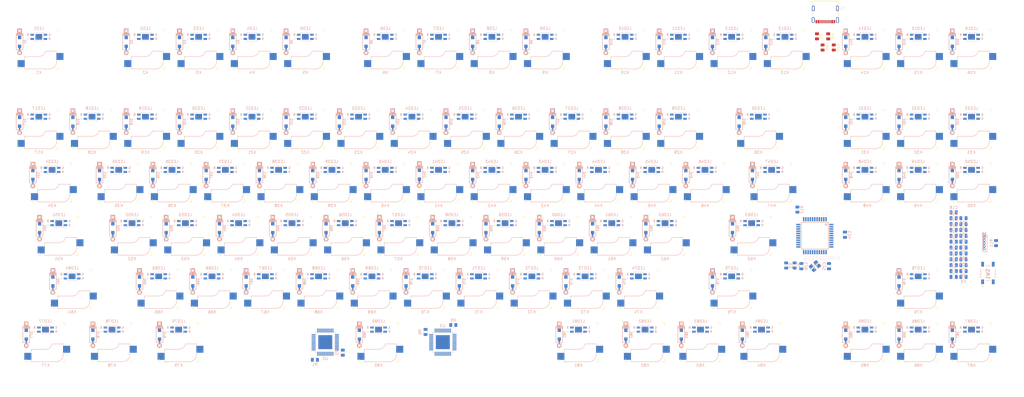
<source format=kicad_pcb>
(kicad_pcb (version 20211014) (generator pcbnew)
  (title_block (title "Ramen80") (date "2022-02-22") (rev "v1.0.0") (company "Ramen Keebs"))
  (layers (0 "F.Cu" signal) (31 "B.Cu" signal) (34 "B.Paste" user) (35 "F.Paste" user) (36 "B.SilkS" user "B.Silkscreen") (37 "F.SilkS" user "F.Silkscreen") (38 "B.Mask" user) (39 "F.Mask" user) (44 "Edge.Cuts" user))
  (net 0 "")
  (net 1 "Net-(D1-Pad2)")
  (net 2 "Net-(D2-Pad2)")
  (net 3 "Net-(D3-Pad2)")
  (net 4 "Net-(D4-Pad2)")
  (net 5 "Net-(D5-Pad2)")
  (net 6 "Net-(D6-Pad2)")
  (net 7 "Net-(D7-Pad2)")
  (net 8 "Net-(D8-Pad2)")
  (net 9 "Net-(D9-Pad2)")
  (net 10 "Net-(D10-Pad2)")
  (net 11 "Net-(D11-Pad2)")
  (net 12 "Net-(D12-Pad2)")
  (net 13 "Net-(D13-Pad2)")
  (net 14 "Net-(D14-Pad2)")
  (net 15 "Net-(D15-Pad2)")
  (net 16 "Net-(D16-Pad2)")
  (net 17 "Net-(D17-Pad2)")
  (net 18 "Net-(D18-Pad2)")
  (net 19 "Net-(D19-Pad2)")
  (net 20 "Net-(D20-Pad2)")
  (net 21 "Net-(D21-Pad2)")
  (net 22 "Net-(D22-Pad2)")
  (net 23 "Net-(D23-Pad2)")
  (net 24 "Net-(D24-Pad2)")
  (net 25 "Net-(D25-Pad2)")
  (net 26 "Net-(D26-Pad2)")
  (net 27 "Net-(D27-Pad2)")
  (net 28 "Net-(D28-Pad2)")
  (net 29 "Net-(D29-Pad2)")
  (net 30 "Net-(D30-Pad2)")
  (net 31 "Net-(D31-Pad2)")
  (net 32 "Net-(D32-Pad2)")
  (net 33 "Net-(D33-Pad2)")
  (net 34 "Net-(D34-Pad2)")
  (net 35 "Net-(D35-Pad2)")
  (net 36 "Net-(D36-Pad2)")
  (net 37 "Net-(D37-Pad2)")
  (net 38 "Net-(D38-Pad2)")
  (net 39 "Net-(D39-Pad2)")
  (net 40 "Net-(D40-Pad2)")
  (net 41 "Net-(D41-Pad2)")
  (net 42 "Net-(D42-Pad2)")
  (net 43 "Net-(D43-Pad2)")
  (net 44 "Net-(D44-Pad2)")
  (net 45 "Net-(D45-Pad2)")
  (net 46 "Net-(D46-Pad2)")
  (net 47 "Net-(D47-Pad2)")
  (net 48 "Net-(D48-Pad2)")
  (net 49 "Net-(D49-Pad2)")
  (net 50 "Net-(D50-Pad2)")
  (net 51 "Net-(D51-Pad2)")
  (net 52 "Net-(D52-Pad2)")
  (net 53 "Net-(D53-Pad2)")
  (net 54 "Net-(D54-Pad2)")
  (net 55 "Net-(D55-Pad2)")
  (net 56 "Net-(D56-Pad2)")
  (net 57 "Net-(D57-Pad2)")
  (net 58 "Net-(D58-Pad2)")
  (net 59 "Net-(D59-Pad2)")
  (net 60 "Net-(D60-Pad2)")
  (net 61 "Net-(D61-Pad2)")
  (net 62 "Net-(D62-Pad2)")
  (net 63 "Net-(D63-Pad2)")
  (net 64 "Net-(D64-Pad2)")
  (net 65 "Net-(D65-Pad2)")
  (net 66 "Net-(D66-Pad2)")
  (net 67 "Net-(D67-Pad2)")
  (net 68 "Net-(D68-Pad2)")
  (net 69 "Net-(D69-Pad2)")
  (net 70 "Net-(D70-Pad2)")
  (net 71 "Net-(D71-Pad2)")
  (net 72 "Net-(D72-Pad2)")
  (net 73 "Net-(D73-Pad2)")
  (net 74 "Net-(D74-Pad2)")
  (net 75 "Net-(D75-Pad2)")
  (net 76 "Net-(D76-Pad2)")
  (net 77 "Net-(D77-Pad2)")
  (net 78 "Net-(D78-Pad2)")
  (net 79 "Net-(D79-Pad2)")
  (net 80 "Net-(D80-Pad2)")
  (net 81 "Net-(D81-Pad2)")
  (net 82 "Net-(D82-Pad2)")
  (net 83 "Net-(D83-Pad2)")
  (net 84 "Net-(D84-Pad2)")
  (net 85 "Net-(D85-Pad2)")
  (net 86 "Net-(D86-Pad2)")
  (net 87 "Net-(D87-Pad2)")
  (net 88 "/PC7")
  (net 89 "/PE2")
  (net 90 "VCC")
  (net 91 "/Reset")
  (net 92 "/D-")
  (net 93 "/D+")
  (net 94 "/UCap")
  (net 95 "/XTAL1")
  (net 96 "/PF7")
  (net 97 "GND")
  (net 98 "/XTAL2")
  (net 99 "/PF6")
  (net 100 "/PF5")
  (net 101 "/PF4")
  (net 103 "/PE6")
  (net 104 "/PB1")
  (net 105 "/PB2")
  (net 106 "/PB3")
  (net 107 "/PB7")
  (net 108 "/PD1")
  (net 109 "/PD2")
  (net 110 "/PD3")
  (net 111 "/PD5")
  (net 112 "/PD4")
  (net 113 "/PD6")
  (net 114 "/PD7")
  (net 115 "/PB4")
  (net 116 "/PB5")
  (net 117 "/PB6")
  (net 118 "/PC6")
  (net 119 "/PB0")
  (net 120 "/PD0")
  (net 121 "/PF1")
  (net 122 "/PF0")
  (net 123 "/USB C Receptacle/Cap+")
  (net 124 "/USB C Receptacle/Cap-")
  (net 126 "Net-(J2-PadB5)")
  (net 129 "/LED Matrix/SW1")
  (net 130 "/LED Matrix/SW2")
  (net 131 "/LED Matrix/SW3")
  (net 132 "/LED Matrix/SW4")
  (net 133 "/LED Matrix/SW5")
  (net 134 "/LED Matrix/SW6")
  (net 135 "/LED Matrix/SW7")
  (net 136 "/LED Matrix/SW8")
  (net 137 "/LED Matrix/SW9 ")
  (net 138 "/LED Matrix/2SW9")
  (net 139 "/LED Matrix/2SW7")
  (net 140 "/LED Matrix/2SW8")
  (net 141 "/LED Matrix/CS1")
  (net 142 "/LED Matrix/CS2")
  (net 143 "/LED Matrix/CS3")
  (net 144 "/LED Matrix/CS4")
  (net 145 "/LED Matrix/CS5")
  (net 146 "/LED Matrix/CS6")
  (net 147 "/LED Matrix/CS7")
  (net 148 "/LED Matrix/CS8")
  (net 149 "/LED Matrix/CS9 ")
  (net 150 "/LED Matrix/CS10")
  (net 151 "/LED Matrix/CS11")
  (net 152 "/LED Matrix/CS12")
  (net 153 "/LED Matrix/CS13")
  (net 154 "/LED Matrix/CS14")
  (net 155 "/LED Matrix/CS15")
  (net 156 "/LED Matrix/CS16")
  (net 158 "/LED Matrix/Sync")
  (net 164 "/LED Matrix/2CS1")
  (net 165 "/LED Matrix/2CS2")
  (net 166 "/LED Matrix/2CS3")
  (net 167 "/LED Matrix/2CS4")
  (net 168 "/LED Matrix/2CS5")
  (net 169 "/LED Matrix/2CS6")
  (net 170 "/LED Matrix/2CS7")
  (net 171 "/LED Matrix/2CS8")
  (net 172 "/LED Matrix/2CS9 ")
  (net 173 "/LED Matrix/2CS10")
  (net 174 "/LED Matrix/2CS11")
  (net 175 "/LED Matrix/2CS12")
  (net 176 "/LED Matrix/2CS13")
  (net 177 "/LED Matrix/2CS14")
  (net 178 "/LED Matrix/2CS15")
  (net 179 "/LED Matrix/2CS16")
  (net 182 "/LED Matrix/2SW3")
  (net 183 "/LED Matrix/2SW1")
  (net 184 "/LED Matrix/2SW2")
  (net 185 "/LED Matrix/2SW6")
  (net 186 "/LED Matrix/2SW4")
  (net 187 "/LED Matrix/2SW5")
  (net 188 "Net-(J2-PadA5)")
  (net 192 "Net-(R1-Pad2)")
  (net 193 "Net-(R2-Pad1)")
  (net 194 "Net-(R5-Pad2)")
  (net 195 "Net-(R6-Pad1)")
  (footprint "keyswitches:Kailh_socket_MX_platemount" (layer "F.Cu") (at 338.137 114.3 180)
    (fp_text reference "K48")
    (fp_text value "KEYSW")
  )
  (footprint "keyswitches:Kailh_socket_MX_platemount" (layer "F.Cu") (at 235.743 171.45 180)
    (fp_text reference "K81")
    (fp_text value "KEYSW")
  )
  (footprint "keyswitches:Kailh_socket_MX_platemount" (layer "F.Cu") (at 309.562 66.675 180)
    (fp_text reference "K13")
    (fp_text value "KEYSW")
  )
  (footprint "keyswitches:Kailh_socket_MX_platemount" (layer "F.Cu") (at 259.555 171.45 180)
    (fp_text reference "K82")
    (fp_text value "KEYSW")
  )
  (footprint "keyswitches:Kailh_socket_MX_platemount" (layer "F.Cu") (at 257.175 152.4 180)
    (fp_text reference "K74")
    (fp_text value "KEYSW")
  )
  (footprint "Resistor_SMD:R_0805_2012Metric" (layer "F.Cu") (at 321 62 -90)
    (fp_text reference "R7")
    (fp_text value "5k1")
  )
  (footprint "keyswitches:Kailh_socket_MX_platemount" (layer "F.Cu") (at 80.962 95.25 180)
    (fp_text reference "K19")
    (fp_text value "KEYSW")
  )
  (footprint "keyswitches:Kailh_socket_MX_platemount" (layer "F.Cu") (at 357.187 66.675 180)
    (fp_text reference "K15")
    (fp_text value "KEYSW")
  )
  (footprint "keyswitches:Kailh_socket_MX_platemount" (layer "F.Cu") (at 204.787 66.675 180)
    (fp_text reference "K8")
    (fp_text value "KEYSW")
  )
  (footprint "keyswitches:Kailh_socket_MX_platemount" (layer "F.Cu") (at 90.487 114.3 180)
    (fp_text reference "K36")
    (fp_text value "KEYSW")
  )
  (footprint "keyswitches:Kailh_socket_MX_platemount" (layer "F.Cu") (at 157.162 95.25 180)
    (fp_text reference "K23")
    (fp_text value "KEYSW")
  )
  (footprint "keyswitches:Kailh_socket_MX_platemount" (layer "F.Cu") (at 223.837 114.3 180)
    (fp_text reference "K43")
    (fp_text value "KEYSW")
  )
  (footprint "keyswitches:Kailh_socket_MX_platemount" (layer "F.Cu") (at 138.112 95.25 180)
    (fp_text reference "K22")
    (fp_text value "KEYSW")
  )
  (footprint "keyswitches:Kailh_socket_MX_platemount" (layer "F.Cu") (at 152.4 133.35 180)
    (fp_text reference "K56")
    (fp_text value "KEYSW")
  )
  (footprint "keyswitches:Kailh_socket_MX_platemount" (layer "F.Cu") (at 133.35 133.35 180)
    (fp_text reference "K55")
    (fp_text value "KEYSW")
  )
  (footprint "keyswitches:Kailh_socket_MX_platemount" (layer "F.Cu") (at 119.062 66.675 180)
    (fp_text reference "K4")
    (fp_text value "KEYSW")
  )
  (footprint "keyswitches:Kailh_socket_MX_platemount" (layer "F.Cu") (at 209.55 133.35 180)
    (fp_text reference "K59")
    (fp_text value "KEYSW")
  )
  (footprint "keyswitches:Kailh_socket_MX_platemount" (layer "F.Cu") (at 161.925 152.4 180)
    (fp_text reference "K69")
    (fp_text value "KEYSW")
  )
  (footprint "keyswitches:Kailh_socket_MX_platemount" (layer "F.Cu") (at 47.625 114.3 180)
    (fp_text reference "K34")
    (fp_text value "KEYSW")
  )
  (footprint "keyswitches:Kailh_socket_MX_platemount" (layer "F.Cu") (at 69.055 171.45 180)
    (fp_text reference "K78")
    (fp_text value "KEYSW")
  )
  (footprint "keyswitches:Kailh_socket_MX_platemount" (layer "F.Cu") (at 76.2 133.35 180)
    (fp_text reference "K52")
    (fp_text value "KEYSW")
  )
  (footprint "keyswitches:Kailh_socket_MX_platemount" (layer "F.Cu") (at 290.512 152.4 180)
    (fp_text reference "K75")
    (fp_text value "KEYSW")
  )
  (footprint "keyswitches:Kailh_socket_MX_platemount" (layer "F.Cu") (at 123.825 152.4 180)
    (fp_text reference "K67")
    (fp_text value "KEYSW")
  )
  (footprint "Resistor_SMD:R_0805_2012Metric" (layer "F.Cu") (at 325 62 -90)
    (fp_text reference "R9")
    (fp_text value "22")
  )
  (footprint "keyswitches:Kailh_socket_MX_platemount" (layer "F.Cu") (at 214.312 95.25 180)
    (fp_text reference "K26")
    (fp_text value "KEYSW")
  )
  (footprint "keyswitches:Kailh_socket_MX_platemount" (layer "F.Cu") (at 190.5 133.35 180)
    (fp_text reference "K58")
    (fp_text value "KEYSW")
  )
  (footprint "keyswitches:Kailh_socket_MX_platemount" (layer "F.Cu") (at 247.65 133.35 180)
    (fp_text reference "K61")
    (fp_text value "KEYSW")
  )
  (footprint "keyswitches:Kailh_socket_MX_platemount" (layer "F.Cu") (at 266.7 133.35 180)
    (fp_text reference "K62")
    (fp_text value "KEYSW")
  )
  (footprint "keyswitches:Kailh_socket_MX_platemount" (layer "F.Cu") (at 166.687 66.675 180)
    (fp_text reference "K6")
    (fp_text value "KEYSW")
  )
  (footprint "keyswitches:Kailh_socket_MX_platemount" (layer "F.Cu") (at 166.687 114.3 180)
    (fp_text reference "K40")
    (fp_text value "KEYSW")
  )
  (footprint "keyswitches:Kailh_socket_MX_platemount" (layer "F.Cu") (at 42.862 95.25 180)
    (fp_text reference "K17")
    (fp_text value "KEYSW")
  )
  (footprint "keyswitches:Kailh_socket_MX_platemount" (layer "F.Cu") (at 338.137 171.45 180)
    (fp_text reference "K85")
    (fp_text value "KEYSW")
  )
  (footprint "keyswitches:Kailh_socket_MX_platemount" (layer "F.Cu") (at 119.062 95.25 180)
    (fp_text reference "K21")
    (fp_text value "KEYSW")
  )
  (footprint "keyswitches:Kailh_socket_MX_platemount" (layer "F.Cu") (at 304.8 114.3 180)
    (fp_text reference "K47")
    (fp_text value "KEYSW")
  )
  (footprint "keyswitches:Kailh_socket_MX_platemount" (layer "F.Cu") (at 85.725 152.4 180)
    (fp_text reference "K65")
    (fp_text value "KEYSW")
  )
  (footprint "keyswitches:Kailh_socket_MX_platemount" (layer "F.Cu") (at 100.012 66.675 180)
    (fp_text reference "K3")
    (fp_text value "KEYSW")
  )
  (footprint "keyswitches:Kailh_socket_MX_platemount" (layer "F.Cu") (at 338.137 95.25 180)
    (fp_text reference "K31")
    (fp_text value "KEYSW")
  )
  (footprint "keyswitches:Kailh_socket_MX_platemount" (layer "F.Cu") (at 357.187 171.45 180)
    (fp_text reference "K86")
    (fp_text value "KEYSW")
  )
  (footprint "keyswitches:Kailh_socket_MX_platemount" (layer "F.Cu") (at 297.656 133.35 180)
    (fp_text reference "K63")
    (fp_text value "KEYSW")
  )
  (footprint "Resistor_SMD:R_0805_2012Metric" (layer "F.Cu") (at 323 66 -90)
    (fp_text reference "R8")
    (fp_text value "5k1")
  )
  (footprint "keyswitches:Kailh_socket_MX_platemount" (layer "F.Cu") (at 180.975 152.4 180)
    (fp_text reference "K70")
    (fp_text value "KEYSW")
  )
  (footprint "keyswitches:Kailh_socket_MX_platemount" (layer "F.Cu") (at 300.037 95.25 180)
    (fp_text reference "K30")
    (fp_text value "KEYSW")
  )
  (footprint "keyswitches:Kailh_socket_MX_platemount" (layer "F.Cu") (at 185.737 114.3 180)
    (fp_text reference "K41")
    (fp_text value "KEYSW")
  )
  (footprint "keyswitches:Kailh_socket_MX_platemount" (layer "F.Cu") (at 376.237 66.675 180)
    (fp_text reference "K16")
    (fp_text value "KEYSW")
  )
  (footprint "keyswitches:Kailh_socket_MX_platemount" (layer "F.Cu") (at 95.25 133.35 180)
    (fp_text reference "K53")
    (fp_text value "KEYSW")
  )
  (footprint "Resistor_SMD:R_0805_2012Metric" (layer "F.Cu") (at 327 66 -90)
    (fp_text reference "R10")
    (fp_text value "22")
  )
  (footprint "keyswitches:Kailh_socket_MX_platemount" (layer "F.Cu") (at 142.875 152.4 180)
    (fp_text reference "K68")
    (fp_text value "KEYSW")
  )
  (footprint "keyswitches:Kailh_socket_MX_platemount" (layer "F.Cu") (at 164.305 171.45 180)
    (fp_text reference "K80")
    (fp_text value "KEYSW")
  )
  (footprint "keyswitches:Kailh_socket_MX_platemount" (layer "F.Cu") (at 204.787 114.3 180)
    (fp_text reference "K42")
    (fp_text value "KEYSW")
  )
  (footprint "keyswitches:Kailh_socket_MX_platemount" (layer "F.Cu") (at 228.6 133.35 180)
    (fp_text reference "K60")
    (fp_text value "KEYSW")
  )
  (footprint "keyswitches:Kailh_socket_MX_platemount" (layer "F.Cu") (at 252.412 66.675 180)
    (fp_text reference "K10")
    (fp_text value "KEYSW")
  )
  (footprint "keyswitches:Kailh_socket_MX_platemount" (layer "F.Cu") (at 223.837 66.675 180)
    (fp_text reference "K9")
    (fp_text value "KEYSW")
  )
  (footprint "keyswitches:Kailh_socket_MX_platemount" (layer "F.Cu") (at 357.187 152.4 180)
    (fp_text reference "K76")
    (fp_text value "KEYSW")
  )
  (footprint "keyswitches:Kailh_socket_MX_platemount" (layer "F.Cu") (at 200.025 152.4 180)
    (fp_text reference "K71")
    (fp_text value "KEYSW")
  )
  (footprint "keyswitches:Kailh_socket_MX_platemount" (layer "F.Cu") (at 252.412 95.25 180)
    (fp_text reference "K28")
    (fp_text value "KEYSW")
  )
  (footprint "SamacSys_Parts:GCT_USB4105-GF-A" (layer "F.Cu") (at 324 52 180)
    (fp_text reference "J2")
    (fp_text value "USB4105-GF-A")
  )
  (footprint "keyswitches:Kailh_socket_MX_platemount" (layer "F.Cu") (at 376.237 114.3 180)
    (fp_text reference "K50")
    (fp_text value "KEYSW")
  )
  (footprint "keyswitches:Kailh_socket_MX_platemount" (layer "F.Cu") (at 233.362 95.25 180)
    (fp_text reference "K27")
    (fp_text value "KEYSW")
  )
  (footprint "keyswitches:Kailh_socket_MX_platemount" (layer "F.Cu") (at 104.775 152.4 180)
    (fp_text reference "K66")
    (fp_text value "KEYSW")
  )
  (footprint "keyswitches:Kailh_socket_MX_platemount" (layer "F.Cu") (at 290.512 66.675 180)
    (fp_text reference "K12")
    (fp_text value "KEYSW")
  )
  (footprint "keyswitches:Kailh_socket_MX_platemount" (layer "F.Cu") (at 185.737 66.675 180)
    (fp_text reference "K7")
    (fp_text value "KEYSW")
  )
  (footprint "keyswitches:Kailh_socket_MX_platemount" (layer "F.Cu") (at 279.368 171.45 180)
    (fp_text reference "K83")
    (fp_text value "KEYSW")
  )
  (footprint "keyswitches:Kailh_socket_MX_platemount" (layer "F.Cu") (at 92.868 171.45 180)
    (fp_text reference "K79")
    (fp_text value "KEYSW")
  )
  (footprint "keyswitches:Kailh_socket_MX_platemount" (layer "F.Cu") (at 50.006 133.35 180)
    (fp_text reference "K51")
    (fp_text value "KEYSW")
  )
  (footprint "keyswitches:Kailh_socket_MX_platemount" (layer "F.Cu") (at 80.962 66.675 180)
    (fp_text reference "K2")
    (fp_text value "KEYSW")
  )
  (footprint "keyswitches:Kailh_socket_MX_platemount" (layer "F.Cu") (at 61.912 95.25 180)
    (fp_text reference "K18")
    (fp_text value "KEYSW")
  )
  (footprint "keyswitches:Kailh_socket_MX_platemount" (layer "F.Cu") (at 114.3 133.35 180)
    (fp_text reference "K54")
    (fp_text value "KEYSW")
  )
  (footprint "keyswitches:Kailh_socket_MX_platemount" (layer "F.Cu") (at 195.262 95.25 180)
    (fp_text reference "K25")
    (fp_text value "KEYSW")
  )
  (footprint "keyswitches:Kailh_socket_MX_platemount" (layer "F.Cu") (at 338.137 66.675 180)
    (fp_text reference "K14")
    (fp_text value "KEYSW")
  )
  (footprint "keyswitches:Kailh_socket_MX_platemount" (layer "F.Cu") (at 45.243 171.45 180)
    (fp_text reference "K77")
    (fp_text value "KEYSW")
  )
  (footprint "keyswitches:Kailh_socket_MX_platemount" (layer "F.Cu") (at 71.437 114.3 180)
    (fp_text reference "K35")
    (fp_text value "KEYSW")
  )
  (footprint "keyswitches:Kailh_socket_MX_platemount" (layer "F.Cu") (at 376.237 95.25 180)
    (fp_text reference "K33")
    (fp_text value "KEYSW")
  )
  (footprint "keyswitches:Kailh_socket_MX_platemount" (layer "F.Cu") (at 171.45 133.35 180)
    (fp_text reference "K57")
    (fp_text value "KEYSW")
  )
  (footprint "keyswitches:Kailh_socket_MX_platemount" (layer "F.Cu") (at 271.462 66.675 180)
    (fp_text reference "K11")
    (fp_text value "KEYSW")
  )
  (footprint "keyswitches:Kailh_socket_MX_platemount" (layer "F.Cu") (at 261.937 114.3 180)
    (fp_text reference "K45")
    (fp_text value "KEYSW")
  )
  (footprint "keyswitches:Kailh_socket_MX_platemount" (layer "F.Cu") (at 147.637 114.3 180)
    (fp_text reference "K39")
    (fp_text value "KEYSW")
  )
  (footprint "keyswitches:Kailh_socket_MX_platemount" (layer "F.Cu") (at 109.537 114.3 180)
    (fp_text reference "K37")
    (fp_text value "KEYSW")
  )
  (footprint "keyswitches:Kailh_socket_MX_platemount" (layer "F.Cu") (at 128.587 114.3 180)
    (fp_text reference "K38")
    (fp_text value "KEYSW")
  )
  (footprint "keyswitches:Kailh_socket_MX_platemount" (layer "F.Cu") (at 376.237 171.45 180)
    (fp_text reference "K87")
    (fp_text value "KEYSW")
  )
  (footprint "keyswitches:Kailh_socket_MX_platemount" (layer "F.Cu") (at 42.862 66.675 180)
    (fp_text reference "K1")
    (fp_text value "KEYSW")
  )
  (footprint "keyswitches:Kailh_socket_MX_platemount" (layer "F.Cu") (at 271.462 95.25 180)
    (fp_text reference "K29")
    (fp_text value "KEYSW")
  )
  (footprint "keyswitches:Kailh_socket_MX_platemount" (layer "F.Cu") (at 238.125 152.4 180)
    (fp_text reference "K73")
    (fp_text value "KEYSW")
  )
  (footprint "keyswitches:Kailh_socket_MX_platemount" (layer "F.Cu") (at 301.18 171.45 180)
    (fp_text reference "K84")
    (fp_text value "KEYSW")
  )
  (footprint "keyswitches:Kailh_socket_MX_platemount" (layer "F.Cu") (at 219.075 152.4 180)
    (fp_text reference "K72")
    (fp_text value "KEYSW")
  )
  (footprint "keyswitches:Kailh_socket_MX_platemount" (layer "F.Cu") (at 357.187 114.3 180)
    (fp_text reference "K49")
    (fp_text value "KEYSW")
  )
  (footprint "keyswitches:Kailh_socket_MX_platemount" (layer "F.Cu") (at 176.212 95.25 180)
    (fp_text reference "K24")
    (fp_text value "KEYSW")
  )
  (footprint "keyswitches:Kailh_socket_MX_platemount" (layer "F.Cu") (at 54.769 152.4 180)
    (fp_text reference "K64")
    (fp_text value "KEYSW")
  )
  (footprint "keyswitches:Kailh_socket_MX_platemount" (layer "F.Cu") (at 100.012 95.25 180)
    (fp_text reference "K20")
    (fp_text value "KEYSW")
  )
  (footprint "keyswitches:Kailh_socket_MX_platemount" (layer "F.Cu") (at 357.187 95.25 180)
    (fp_text reference "K32")
    (fp_text value "KEYSW")
  )
  (footprint "keyswitches:Kailh_socket_MX_platemount" (layer "F.Cu") (at 242.887 114.3 180)
    (fp_text reference "K44")
    (fp_text value "KEYSW")
  )
  (footprint "keyswitches:Kailh_socket_MX_platemount" (layer "F.Cu") (at 280.987 114.3 180)
    (fp_text reference "K46")
    (fp_text value "KEYSW")
  )
  (footprint "keyswitches:Kailh_socket_MX_platemount" (layer "F.Cu") (at 138.112 66.675 180)
    (fp_text reference "K5")
    (fp_text value "KEYSW")
  )
  (footprint "keyboard_parts:D_SOD123_axial" (layer "B.Cu") (at 38.381 168.775 -90)
    (fp_text reference "D77")
    (fp_text value "D" hide)
  )
  (footprint "keyboard_parts:D_SOD123_axial" (layer "B.Cu") (at 264.6 64 -90)
    (fp_text reference "D11")
    (fp_text value "D" hide)
  )
  (footprint "RamenKeebs:QBLP677R-RGB" (layer "B.Cu") (at 54.769 147.9 180)
    (fp_text reference "LED64")
    (fp_text value "RGB_LED")
    (fp_rect (start 1.7 -1.5) (end -1.7 1.5) (layer "Edge.Cuts") (width 0.12) (fill none))
  )
  (footprint "RamenKeebs:QBLP677R-RGB" (layer "B.Cu") (at 338.137 109.8 180)
    (fp_text reference "LED48")
    (fp_text value "RGB_LED")
    (fp_rect (start 1.7 -1.5) (end -1.7 1.5) (layer "Edge.Cuts") (width 0.12) (fill none))
  )
  (footprint "RamenKeebs:QBLP677R-RGB" (layer "B.Cu") (at 185.737 62.175 180)
    (fp_text reference "LED7")
    (fp_text value "RGB_LED")
    (fp_rect (start 1.7 -1.5) (end -1.7 1.5) (layer "Edge.Cuts") (width 0.12) (fill none))
  )
  (footprint "keyboard_parts:D_SOD123_axial" (layer "B.Cu") (at 350.325 64 -90)
    (fp_text reference "D15")
    (fp_text value "D" hide)
  )
  (footprint "RamenKeebs:QBLP677R-RGB" (layer "B.Cu") (at 109.537 109.8 180)
    (fp_text reference "LED37")
    (fp_text value "RGB_LED")
    (fp_rect (start 1.7 -1.5) (end -1.7 1.5) (layer "Edge.Cuts") (width 0.12) (fill none))
  )
  (footprint "keyboard_parts:D_SOD123_axial" (layer "B.Cu") (at 183.638 130.675 -90)
    (fp_text reference "D58")
    (fp_text value "D" hide)
  )
  (footprint "keyboard_parts:D_SOD123_axial" (layer "B.Cu") (at 255.075 111.625 -90)
    (fp_text reference "D45")
    (fp_text value "D" hide)
  )
  (footprint "keyboard_parts:D_SOD123_axial" (layer "B.Cu") (at 86.006 168.775 -90)
    (fp_text reference "D79")
    (fp_text value "D" hide)
  )
  (footprint "RamenKeebs:QBLP677R-RGB" (layer "B.Cu") (at 219.075 147.9 180)
    (fp_text reference "LED72")
    (fp_text value "RGB_LED")
    (fp_rect (start 1.7 -1.5) (end -1.7 1.5) (layer "Edge.Cuts") (width 0.12) (fill none))
  )
  (footprint "keyboard_parts:D_SOD123_axial" (layer "B.Cu") (at 212.213 149.725 -90)
    (fp_text reference "D72")
    (fp_text value "D" hide)
  )
  (footprint "Capacitor_SMD:C_0805_2012Metric" (layer "B.Cu") (at 373.35 129.2)
    (fp_text reference "C22")
    (fp_text value "0.1u")
  )
  (footprint "Keebio-Parts:ATMEGA32U4-AU" (layer "B.Cu") (at 320.23 133.35 180)
    (fp_text reference "U1")
    (fp_text value "ATMEGA32U4")
  )
  (footprint "RamenKeebs:QBLP677R-RGB" (layer "B.Cu") (at 123.825 147.9 180)
    (fp_text reference "LED67")
    (fp_text value "RGB_LED")
    (fp_rect (start 1.7 -1.5) (end -1.7 1.5) (layer "Edge.Cuts") (width 0.12) (fill none))
  )
  (footprint "Package_QFP:TQFP-48-1EP_7x7mm_P0.5mm_EP5x5mm" (layer "B.Cu") (at 145.255 171.45)
    (fp_text reference "U2")
    (fp_text value "IS31FL3733-TQ")
  )
  (footprint "RamenKeebs:QBLP677R-RGB" (layer "B.Cu") (at 185.737 109.8 180)
    (fp_text reference "LED41")
    (fp_text value "RGB_LED")
    (fp_rect (start 1.7 -1.5) (end -1.7 1.5) (layer "Edge.Cuts") (width 0.12) (fill none))
  )
  (footprint "RamenKeebs:QBLP677R-RGB" (layer "B.Cu") (at 180.975 147.9 180)
    (fp_text reference "LED70")
    (fp_text value "RGB_LED")
    (fp_rect (start 1.7 -1.5) (end -1.7 1.5) (layer "Edge.Cuts") (width 0.12) (fill none))
  )
  (footprint "SamacSys_Parts:TL3342F160QG" (layer "B.Cu") (at 382.1 146.7 90)
    (fp_text reference "SW1")
    (fp_text value "SW_PUSH" hide)
  )
  (footprint "keyboard_parts:D_SOD123_axial" (layer "B.Cu") (at 202.688 130.675 -90)
    (fp_text reference "D59")
    (fp_text value "D" hide)
  )
  (footprint "RamenKeebs:QBLP677R-RGB" (layer "B.Cu") (at 261.937 109.8 180)
    (fp_text reference "LED45")
    (fp_text value "RGB_LED")
    (fp_rect (start 1.7 -1.5) (end -1.7 1.5) (layer "Edge.Cuts") (width 0.12) (fill none))
  )
  (footprint "keyboard_parts:D_SOD123_axial" (layer "B.Cu") (at 131.25 92.575 -90)
    (fp_text reference "D22")
    (fp_text value "D" hide)
  )
  (footprint "keyboard_parts:D_SOD123_axial" (layer "B.Cu") (at 169.35 92.575 -90)
    (fp_text reference "D24")
    (fp_text value "D" hide)
  )
  (footprint "Resistor_SMD:R_0805_2012Metric" (layer "B.Cu") (at 141.55 177.76)
    (fp_text reference "R1")
    (fp_text value "100k")
  )
  (footprint "RamenKeebs:QBLP677R-RGB" (layer "B.Cu") (at 164.305 166.95 180)
    (fp_text reference "LED80")
    (fp_text value "RGB_LED")
    (fp_rect (start 1.7 -1.5) (end -1.7 1.5) (layer "Edge.Cuts") (width 0.12) (fill none))
  )
  (footprint "RamenKeebs:QBLP677R-RGB" (layer "B.Cu") (at 161.925 147.9 180)
    (fp_text reference "LED69")
    (fp_text value "RGB_LED")
    (fp_rect (start 1.7 -1.5) (end -1.7 1.5) (layer "Edge.Cuts") (width 0.12) (fill none))
  )
  (footprint "keyboard_parts:D_SOD123_axial" (layer "B.Cu") (at 145.538 130.675 -90)
    (fp_text reference "D56")
    (fp_text value "D" hide)
  )
  (footprint "RamenKeebs:QBLP677R-RGB" (layer "B.Cu") (at 76.2 128.85 180)
    (fp_text reference "LED52")
    (fp_text value "RGB_LED")
    (fp_rect (start 1.7 -1.5) (end -1.7 1.5) (layer "Edge.Cuts") (width 0.12) (fill none))
  )
  (footprint "keyboard_parts:D_SOD123_axial" (layer "B.Cu") (at 140.775 111.625 -90)
    (fp_text reference "D39")
    (fp_text value "D" hide)
  )
  (footprint "Capacitor_SMD:C_0805_2012Metric" (layer "B.Cu") (at 373.35 139.7)
    (fp_text reference "C20")
    (fp_text value "0.1u")
  )
  (footprint "RamenKeebs:QBLP677R-RGB" (layer "B.Cu") (at 69.055 166.95 180)
    (fp_text reference "LED78")
    (fp_text value "RGB_LED")
    (fp_rect (start 1.7 -1.5) (end -1.7 1.5) (layer "Edge.Cuts") (width 0.12) (fill none))
  )
  (footprint "Capacitor_SMD:C_0805_2012Metric" (layer "B.Cu") (at 373.35 135.5)
    (fp_text reference "C1")
    (fp_text value "0.47f")
  )
  (footprint "Capacitor_SMD:C_0805_2012Metric" (layer "B.Cu") (at 369.85 148.1 180)
    (fp_text reference "C2")
    (fp_text value "0.1f")
  )
  (footprint "RamenKeebs:QBLP677R-RGB" (layer "B.Cu") (at 147.637 109.8 180)
    (fp_text reference "LED39")
    (fp_text value "RGB_LED")
    (fp_rect (start 1.7 -1.5) (end -1.7 1.5) (layer "Edge.Cuts") (width 0.12) (fill none))
  )
  (footprint "RamenKeebs:QBLP677R-RGB" (layer "B.Cu") (at 338.137 166.95 180)
    (fp_text reference "LED85")
    (fp_text value "RGB_LED")
    (fp_rect (start 1.7 -1.5) (end -1.7 1.5) (layer "Edge.Cuts") (width 0.12) (fill none))
  )
  (footprint "Capacitor_SMD:C_0805_2012Metric" (layer "B.Cu") (at 369.85 146 180)
    (fp_text reference "C9")
    (fp_text value "0.47f")
  )
  (footprint "RamenKeebs:QBLP677R-RGB" (layer "B.Cu") (at 304.8 109.8 180)
    (fp_text reference "LED47")
    (fp_text value "RGB_LED")
    (fp_rect (start 1.7 -1.5) (end -1.7 1.5) (layer "Edge.Cuts") (width 0.12) (fill none))
  )
  (footprint "RamenKeebs:QBLP677R-RGB" (layer "B.Cu") (at 104.775 147.9 180)
    (fp_text reference "LED66")
    (fp_text value "RGB_LED")
    (fp_rect (start 1.7 -1.5) (end -1.7 1.5) (layer "Edge.Cuts") (width 0.12) (fill none))
  )
  (footprint "RamenKeebs:QBLP677R-RGB" (layer "B.Cu") (at 290.512 62.175 180)
    (fp_text reference "LED12")
    (fp_text value "RGB_LED")
    (fp_rect (start 1.7 -1.5) (end -1.7 1.5) (layer "Edge.Cuts") (width 0.12) (fill none))
  )
  (footprint "Capacitor_SMD:C_0805_2012Metric" (layer "B.Cu") (at 373.35 146)
    (fp_text reference "C8")
    (fp_text value "0.1f")
  )
  (footprint "keyboard_parts:D_SOD123_axial" (layer "B.Cu") (at 159.825 111.625 -90)
    (fp_text reference "D40")
    (fp_text value "D" hide)
  )
  (footprint "keyboard_parts:D_SOD123_axial" (layer "B.Cu") (at 283.65 149.725 -90)
    (fp_text reference "D75")
    (fp_text value "D" hide)
  )
  (footprint "keyboard_parts:D_SOD123_axial" (layer "B.Cu") (at 216.975 64 -90)
    (fp_text reference "D9")
    (fp_text value "D" hide)
  )
  (footprint "keyboard_parts:D_SOD123_axial" (layer "B.Cu") (at 264.6 92.575 -90)
    (fp_text reference "D29")
    (fp_text value "D" hide)
  )
  (footprint "RamenKeebs:QBLP677R-RGB" (layer "B.Cu") (at 357.187 147.9 180)
    (fp_text reference "LED76")
    (fp_text value "RGB_LED")
    (fp_rect (start 1.7 -1.5) (end -1.7 1.5) (layer "Edge.Cuts") (width 0.12) (fill none))
  )
  (footprint "RamenKeebs:QBLP677R-RGB" (layer "B.Cu") (at 280.987 109.8 180)
    (fp_text reference "LED46")
    (fp_text value "RGB_LED")
    (fp_rect (start 1.7 -1.5) (end -1.7 1.5) (layer "Edge.Cuts") (width 0.12) (fill none))
  )
  (footprint "keyboard_parts:D_SOD123_axial" (layer "B.Cu") (at 112.2 92.575 -90)
    (fp_text reference "D21")
    (fp_text value "D" hide)
  )
  (footprint "Resistor_SMD:R_0805_2012Metric" (layer "B.Cu") (at 181.1 167.8 90)
    (fp_text reference "R6")
    (fp_text value "20k")
  )
  (footprint "RamenKeebs:QBLP677R-RGB" (layer "B.Cu") (at 271.462 62.175 180)
    (fp_text reference "LED11")
    (fp_text value "RGB_LED")
    (fp_rect (start 1.7 -1.5) (end -1.7 1.5) (layer "Edge.Cuts") (width 0.12) (fill none))
  )
  (footprint "RamenKeebs:QBLP677R-RGB" (layer "B.Cu") (at 152.4 128.85 180)
    (fp_text reference "LED56")
    (fp_text value "RGB_LED")
    (fp_rect (start 1.7 -1.5) (end -1.7 1.5) (layer "Edge.Cuts") (width 0.12) (fill none))
  )
  (footprint "keyboard_parts:D_SOD123_axial" (layer "B.Cu") (at 107.438 130.675 -90)
    (fp_text reference "D54")
    (fp_text value "D" hide)
  )
  (footprint "RamenKeebs:QBLP677R-RGB" (layer "B.Cu") (at 233.362 90.75 180)
    (fp_text reference "LED27")
    (fp_text value "RGB_LED")
    (fp_rect (start 1.7 -1.5) (end -1.7 1.5) (layer "Edge.Cuts") (width 0.12) (fill none))
  )
  (footprint "keyboard_parts:D_SOD123_axial" (layer "B.Cu") (at 228.881 168.775 -90)
    (fp_text reference "D81")
    (fp_text value "D" hide)
  )
  (footprint "keyboard_parts:D_SOD123_axial" (layer "B.Cu") (at 150.3 92.575 -90)
    (fp_text reference "D23")
    (fp_text value "D" hide)
  )
  (footprint "keyboard_parts:D_SOD123_axial" (layer "B.Cu") (at 121.725 111.625 -90)
    (fp_text reference "D38")
    (fp_text value "D" hide)
  )
  (footprint "RamenKeebs:QBLP677R-RGB" (layer "B.Cu") (at 190.5 128.85 180)
    (fp_text reference "LED58")
    (fp_text value "RGB_LED")
    (fp_rect (start 1.7 -1.5) (end -1.7 1.5) (layer "Edge.Cuts") (width 0.12) (fill none))
  )
  (footprint "keyboard_parts:D_SOD123_axial" (layer "B.Cu") (at 93.15 92.575 -90)
    (fp_text reference "D20")
    (fp_text value "D" hide)
  )
  (footprint "keyboard_parts:D_SOD123_axial" (layer "B.Cu") (at 188.4 92.575 -90)
    (fp_text reference "D25")
    (fp_text value "D" hide)
  )
  (footprint "keyboard_parts:D_SOD123_axial" (layer "B.Cu") (at 159.825 64 -90)
    (fp_text reference "D6")
    (fp_text value "D" hide)
  )
  (footprint "RamenKeebs:QBLP677R-RGB" (layer "B.Cu") (at 45.243 166.95 180)
    (fp_text reference "LED77")
    (fp_text value "RGB_LED")
    (fp_rect (start 1.7 -1.5) (end -1.7 1.5) (layer "Edge.Cuts") (width 0.12) (fill none))
  )
  (footprint "keyboard_parts:D_SOD123_axial" (layer "B.Cu") (at 193.163 149.725 -90)
    (fp_text reference "D71")
    (fp_text value "D" hide)
  )
  (footprint "Capacitor_SMD:C_0805_2012Metric" (layer "B.Cu") (at 369.85 137.6 180)
    (fp_text reference "C4")
    (fp_text value "0.1f")
  )
  (footprint "RamenKeebs:QBLP677R-RGB" (layer "B.Cu") (at 71.437 109.8 180)
    (fp_text reference "LED35")
    (fp_text value "RGB_LED")
    (fp_rect (start 1.7 -1.5) (end -1.7 1.5) (layer "Edge.Cuts") (width 0.12) (fill none))
  )
  (footprint "Capacitor_SMD:C_0805_2012Metric" (layer "B.Cu") (at 331 133 90)
    (fp_text reference "C24")
    (fp_text value "1u")
  )
  (footprint "RamenKeebs:QBLP677R-RGB" (layer "B.Cu") (at 357.187 109.8 180)
    (fp_text reference "LED49")
    (fp_text value "RGB_LED")
    (fp_rect (start 1.7 -1.5) (end -1.7 1.5) (layer "Edge.Cuts") (width 0.12) (fill none))
  )
  (footprint "keyboard_parts:D_SOD123_axial" (layer "B.Cu") (at 252.693 168.775 -90)
    (fp_text reference "D82")
    (fp_text value "D" hide)
  )
  (footprint "RamenKeebs:QBLP677R-RGB" (layer "B.Cu") (at 157.162 90.75 180)
    (fp_text reference "LED23")
    (fp_text value "RGB_LED")
    (fp_rect (start 1.7 -1.5) (end -1.7 1.5) (layer "Edge.Cuts") (width 0.12) (fill none))
  )
  (footprint "RamenKeebs:QBLP677R-RGB" (layer "B.Cu") (at 100.012 90.75 180)
    (fp_text reference "LED20")
    (fp_text value "RGB_LED")
    (fp_rect (start 1.7 -1.5) (end -1.7 1.5) (layer "Edge.Cuts") (width 0.12) (fill none))
  )
  (footprint "RamenKeebs:QBLP677R-RGB" (layer "B.Cu") (at 266.7 128.85 180)
    (fp_text reference "LED62")
    (fp_text value "RGB_LED")
    (fp_rect (start 1.7 -1.5) (end -1.7 1.5) (layer "Edge.Cuts") (width 0.12) (fill none))
  )
  (footprint "Resistor_SMD:R_0805_2012Metric" (layer "B.Cu") (at 314 124 90)
    (fp_text reference "R12")
    (fp_text value "10k")
  )
  (footprint "RamenKeebs:QBLP677R-RGB" (layer "B.Cu") (at 171.45 128.85 180)
    (fp_text reference "LED57")
    (fp_text value "RGB_LED")
    (fp_rect (start 1.7 -1.5) (end -1.7 1.5) (layer "Edge.Cuts") (width 0.12) (fill none))
  )
  (footprint "SamacSys_Parts:FA238160000MBC3" (layer "B.Cu") (at 320.25 144.25 -140)
    (fp_text reference "Y1")
    (fp_text value "FA-238_16.0000MB-C3" hide)
  )
  (footprint "keyboard_parts:D_SOD123_axial" (layer "B.Cu") (at 331.275 168.775 -90)
    (fp_text reference "D85")
    (fp_text value "D" hide)
  )
  (footprint "Capacitor_SMD:C_0805_2012Metric" (layer "B.Cu") (at 373.35 133.4)
    (fp_text reference "C6")
    (fp_text value "0.1f")
  )
  (footprint "Resistor_SMD:R_0805_2012Metric" (layer "B.Cu") (at 151.52 175.21 -90)
    (fp_text reference "R2")
    (fp_text value "20k")
  )
  (footprint "RamenKeebs:QBLP677R-RGB" (layer "B.Cu") (at 223.837 62.175 180)
    (fp_text reference "LED9")
    (fp_text value "RGB_LED")
    (fp_rect (start 1.7 -1.5) (end -1.7 1.5) (layer "Edge.Cuts") (width 0.12) (fill none))
  )
  (footprint "Capacitor_SMD:C_0805_2012Metric" (layer "B.Cu") (at 315.4 144.25 90)
    (fp_text reference "C26")
    (fp_text value "C")
  )
  (footprint "keyboard_parts:D_SOD123_axial" (layer "B.Cu") (at 272.506 168.775 -90)
    (fp_text reference "D83")
    (fp_text value "D" hide)
  )
  (footprint "keyboard_parts:D_SOD123_axial" (layer "B.Cu") (at 55.05 92.575 -90)
    (fp_text reference "D18")
    (fp_text value "D" hide)
  )
  (footprint "RamenKeebs:QBLP677R-RGB" (layer "B.Cu") (at 376.237 109.8 180)
    (fp_text reference "LED50")
    (fp_text value "RGB_LED")
    (fp_rect (start 1.7 -1.5) (end -1.7 1.5) (layer "Edge.Cuts") (width 0.12) (fill none))
  )
  (footprint "keyboard_parts:D_SOD123_axial" (layer "B.Cu") (at 259.838 130.675 -90)
    (fp_text reference "D62")
    (fp_text value "D" hide)
  )
  (footprint "RamenKeebs:QBLP677R-RGB" (layer "B.Cu") (at 376.237 166.95 180)
    (fp_text reference "LED87")
    (fp_text value "RGB_LED")
    (fp_rect (start 1.7 -1.5) (end -1.7 1.5) (layer "Edge.Cuts") (width 0.12) (fill none))
  )
  (footprint "RamenKeebs:QBLP677R-RGB" (layer "B.Cu") (at 228.6 128.85 180)
    (fp_text reference "LED60")
    (fp_text value "RGB_LED")
    (fp_rect (start 1.7 -1.5) (end -1.7 1.5) (layer "Edge.Cuts") (width 0.12) (fill none))
  )
  (footprint "keyboard_parts:D_SOD123_axial" (layer "B.Cu") (at 197.925 64 -90)
    (fp_text reference "D8")
    (fp_text value "D" hide)
  )
  (footprint "RamenKeebs:QBLP677R-RGB" (layer "B.Cu") (at 119.062 62.175 180)
    (fp_text reference "LED4")
    (fp_text value "RGB_LED")
    (fp_rect (start 1.7 -1.5) (end -1.7 1.5) (layer "Edge.Cuts") (width 0.12) (fill none))
  )
  (footprint "keyboard_parts:D_SOD123_axial" (layer "B.Cu") (at 331.275 64 -90)
    (fp_text reference "D14")
    (fp_text value "D" hide)
  )
  (footprint "RamenKeebs:QBLP677R-RGB" (layer "B.Cu") (at 357.187 166.95 180)
    (fp_text reference "LED86")
    (fp_text value "RGB_LED")
    (fp_rect (start 1.7 -1.5) (end -1.7 1.5) (layer "Edge.Cuts") (width 0.12) (fill none))
  )
  (footprint "RamenKeebs:QBLP677R-RGB" (layer "B.Cu") (at 235.743 166.95 180)
    (fp_text reference "LED81")
    (fp_text value "RGB_LED")
    (fp_rect (start 1.7 -1.5) (end -1.7 1.5) (layer "Edge.Cuts") (width 0.12) (fill none))
  )
  (footprint "RamenKeebs:QBLP677R-RGB" (layer "B.Cu") (at 357.187 62.175 180)
    (fp_text reference "LED15")
    (fp_text value "RGB_LED")
    (fp_rect (start 1.7 -1.5) (end -1.7 1.5) (layer "Edge.Cuts") (width 0.12) (fill none))
  )
  (footprint "keyboard_parts:D_SOD123_axial" (layer "B.Cu") (at 221.738 130.675 -90)
    (fp_text reference "D60")
    (fp_text value "D" hide)
  )
  (footprint "RamenKeebs:QBLP677R-RGB" (layer "B.Cu") (at 61.912 90.75 180)
    (fp_text reference "LED18")
    (fp_text value "RGB_LED")
    (fp_rect (start 1.7 -1.5) (end -1.7 1.5) (layer "Edge.Cuts") (width 0.12) (fill none))
  )
  (footprint "keyboard_parts:D_SOD123_axial" (layer "B.Cu") (at 116.963 149.725 -90)
    (fp_text reference "D67")
    (fp_text value "D" hide)
  )
  (footprint "Capacitor_SMD:C_0805_2012Metric" (layer "B.Cu") (at 369.85 131.3 180)
    (fp_text reference "C10")
    (fp_text value "0.1f")
  )
  (footprint "keyboard_parts:D_SOD123_axial" (layer "B.Cu") (at 297.938 111.625 -90)
    (fp_text reference "D47")
    (fp_text value "D" hide)
  )
  (footprint "keyboard_parts:D_SOD123_axial" (layer "B.Cu") (at 43.144 130.675 -90)
    (fp_text reference "D51")
    (fp_text value "D" hide)
  )
  (footprint "Capacitor_SMD:C_0805_2012Metric" (layer "B.Cu") (at 369.85 143.9 180)
    (fp_text reference "C17")
    (fp_text value "0.47f")
  )
  (footprint "Capacitor_SMD:C_0805_2012Metric" (layer "B.Cu") (at 373.35 141.8)
    (fp_text reference "C19")
    (fp_text value "0.1u")
  )
  (footprint "keyboard_parts:D_SOD123_axial" (layer "B.Cu") (at 69.338 130.675 -90)
    (fp_text reference "D52")
    (fp_text value "D" hide)
  )
  (footprint "RamenKeebs:QBLP677R-RGB" (layer "B.Cu") (at 176.212 90.75 180)
    (fp_text reference "LED24")
    (fp_text value "RGB_LED")
    (fp_rect (start 1.7 -1.5) (end -1.7 1.5) (layer "Edge.Cuts") (width 0.12) (fill none))
  )
  (footprint "keyboard_parts:D_SOD123_axial" (layer "B.Cu") (at 64.575 111.625 -90)
    (fp_text reference "D35")
    (fp_text value "D" hide)
  )
  (footprint "keyboard_parts:D_SOD123_axial" (layer "B.Cu") (at 136.013 149.725 -90)
    (fp_text reference "D68")
    (fp_text value "D" hide)
  )
  (footprint "RamenKeebs:QBLP677R-RGB" (layer "B.Cu") (at 166.687 109.8 180)
    (fp_text reference "LED40")
    (fp_text value "RGB_LED")
    (fp_rect (start 1.7 -1.5) (end -1.7 1.5) (layer "Edge.Cuts") (width 0.12) (fill none))
  )
  (footprint "keyboard_parts:D_SOD123_axial" (layer "B.Cu") (at 245.55 64 -90)
    (fp_text reference "D10")
    (fp_text value "D" hide)
  )
  (footprint "RamenKeebs:QBLP677R-RGB" (layer "B.Cu") (at 166.687 62.175 180)
    (fp_text reference "LED6")
    (fp_text value "RGB_LED")
    (fp_rect (start 1.7 -1.5) (end -1.7 1.5) (layer "Edge.Cuts") (width 0.12) (fill none))
  )
  (footprint "RamenKeebs:QBLP677R-RGB" (layer "B.Cu") (at 142.875 147.9 180)
    (fp_text reference "LED68")
    (fp_text value "RGB_LED")
    (fp_rect (start 1.7 -1.5) (end -1.7 1.5) (layer "Edge.Cuts") (width 0.12) (fill none))
  )
  (footprint "keyboard_parts:D_SOD123_axial" (layer "B.Cu") (at 78.863 149.725 -90)
    (fp_text reference "D65")
    (fp_text value "D" hide)
  )
  (footprint "keyboard_parts:D_SOD123_axial" (layer "B.Cu") (at 236.025 111.625 -90)
    (fp_text reference "D44")
    (fp_text value "D" hide)
  )
  (footprint "RamenKeebs:QBLP677R-RGB" (layer "B.Cu") (at 297.656 128.85 180)
    (fp_text reference "LED63")
    (fp_text value "RGB_LED")
    (fp_rect (start 1.7 -1.5) (end -1.7 1.5) (layer "Edge.Cuts") (width 0.12) (fill none))
  )
  (footprint "RamenKeebs:QBLP677R-RGB" (layer "B.Cu") (at 100.012 62.175 180)
    (fp_text reference "LED3")
    (fp_text value "RGB_LED")
    (fp_rect (start 1.7 -1.5) (end -1.7 1.5) (layer "Edge.Cuts") (width 0.12) (fill none))
  )
  (footprint "RamenKeebs:QBLP677R-RGB" (layer "B.Cu") (at 259.555 166.95 180)
    (fp_text reference "LED82")
    (fp_text value "RGB_LED")
    (fp_rect (start 1.7 -1.5) (end -1.7 1.5) (layer "Edge.Cuts") (width 0.12) (fill none))
  )
  (footprint "RamenKeebs:QBLP677R-RGB" (layer "B.Cu") (at 309.562 62.175 180)
    (fp_text reference "LED13")
    (fp_text value "RGB_LED")
    (fp_rect (start 1.7 -1.5) (end -1.7 1.5) (layer "Edge.Cuts") (width 0.12) (fill none))
  )
  (footprint "RamenKeebs:QBLP677R-RGB" (layer "B.Cu") (at 138.112 62.175 180)
    (fp_text reference "LED5")
    (fp_text value "RGB_LED")
    (fp_rect (start 1.7 -1.5) (end -1.7 1.5) (layer "Edge.Cuts") (width 0.12) (fill none))
  )
  (footprint "RamenKeebs:QBLP677R-RGB" (layer "B.Cu") (at 195.262 90.75 180)
    (fp_text reference "LED25")
    (fp_text value "RGB_LED")
    (fp_rect (start 1.7 -1.5) (end -1.7 1.5) (layer "Edge.Cuts") (width 0.12) (fill none))
  )
  (footprint "keyboard_parts:D_SOD123_axial" (layer "B.Cu") (at 369.375 111.625 -90)
    (fp_text reference "D50")
    (fp_text value "D" hide)
  )
  (footprint "keyboard_parts:D_SOD123_axial" (layer "B.Cu") (at 331.275 92.575 -90)
    (fp_text reference "D31")
    (fp_text value "D" hide)
  )
  (footprint "keyboard_parts:D_SOD123_axial" (layer "B.Cu") (at 83.625 111.625 -90)
    (fp_text reference "D36")
    (fp_text value "D" hide)
  )
  (footprint "RamenKeebs:QBLP677R-RGB" (layer "B.Cu") (at 95.25 128.85 180)
    (fp_text reference "LED53")
    (fp_text value "RGB_LED")
    (fp_rect (start 1.7 -1.5) (end -1.7 1.5) (layer "Edge.Cuts") (width 0.12) (fill none))
  )
  (footprint "keyboard_parts:D_SOD123_axial" (layer "B.Cu") (at 216.975 111.625 -90)
    (fp_text reference "D43")
    (fp_text value "D" hide)
  )
  (footprint "keyboard_parts:D_SOD123_axial" (layer "B.Cu") (at 290.794 130.675 -90)
    (fp_text reference "D63")
    (fp_text value "D" hide)
  )
  (footprint "keyboard_parts:D_SOD123_axial" (layer "B.Cu") (at 369.375 92.575 -90)
    (fp_text reference "D33")
    (fp_text value "D" hide)
  )
  (footprint "RamenKeebs:QBLP677R-RGB" (layer "B.Cu") (at 42.862 90.75 180)
    (fp_text reference "LED17")
    (fp_text value "RGB_LED")
    (fp_rect (start 1.7 -1.5) (end -1.7 1.5) (layer "Edge.Cuts") (width 0.12) (fill none))
  )
  (footprint "RamenKeebs:QBLP677R-RGB" (layer "B.Cu") (at 90.487 109.8 180)
    (fp_text reference "LED36")
    (fp_text value "RGB_LED")
    (fp_rect (start 1.7 -1.5) (end -1.7 1.5) (layer "Edge.Cuts") (width 0.12) (fill none))
  )
  (footprint "Capacitor_SMD:C_0805_2012Metric" (layer "B.Cu") (at 373.35 143.9)
    (fp_text reference "C7")
    (fp_text value "0.47f")
  )
  (footprint "RamenKeebs:QBLP677R-RGB" (layer "B.Cu") (at 92.868 166.95 180)
    (fp_text reference "LED79")
    (fp_text value "RGB_LED")
    (fp_rect (start 1.7 -1.5) (end -1.7 1.5) (layer "Edge.Cuts") (width 0.12) (fill none))
  )
  (footprint "SamacSys_Parts:RHDR6W30P0X100_1X6_650X150X210P" (layer "B.Cu") (at 380.76 133 -90)
    (fp_text reference "J1")
    (fp_text value "AVR_PROG" hide)
  )
  (footprint "Capacitor_SMD:C_0805_2012Metric" (layer "B.Cu") (at 373.35 148.1)
    (fp_text reference "C5")
    (fp_text value "0.47f")
  )
  (footprint "keyboard_parts:D_SOD123_axial" (layer "B.Cu") (at 293.175 92.575 -90)
    (fp_text reference "D30")
    (fp_text value "D" hide)
  )
  (footprint "keyboard_parts:D_SOD123_axial" (layer "B.Cu") (at 155.063 149.725 -90)
    (fp_text reference "D69")
    (fp_text value "D" hide)
  )
  (footprint "Resistor_SMD:R_0805_2012Metric" (layer "B.Cu") (at 310 144 90)
    (fp_text reference "R3")
    (fp_text value "2k")
  )
  (footprint "RamenKeebs:QBLP677R-RGB" (layer "B.Cu") (at 257.175 147.9 180)
    (fp_text reference "LED74")
    (fp_text value "RGB_LED")
    (fp_rect (start 1.7 -1.5) (end -1.7 1.5) (layer "Edge.Cuts") (width 0.12) (fill none))
  )
  (footprint "keyboard_parts:D_SOD123_axial" (layer "B.Cu") (at 164.588 130.675 -90)
    (fp_text reference "D57")
    (fp_text value "D" hide)
  )
  (footprint "Package_QFP:TQFP-48-1EP_7x7mm_P0.5mm_EP5x5mm" (layer "B.Cu") (at 187.275 171.45 180)
    (fp_text reference "U3")
    (fp_text value "IS31FL3733-TQ")
  )
  (footprint "Capacitor_SMD:C_0805_2012Metric" (layer "B.Cu") (at 369.85 125 180)
    (fp_text reference "C18")
    (fp_text value "0.47f")
  )
  (footprint "RamenKeebs:QBLP677R-RGB" (layer "B.Cu") (at 301.18 166.95 180)
    (fp_text reference "LED84")
    (fp_text value "RGB_LED")
    (fp_rect (start 1.7 -1.5) (end -1.7 1.5) (layer "Edge.Cuts") (width 0.12) (fill none))
  )
  (footprint "keyboard_parts:D_SOD123_axial" (layer "B.Cu") (at 102.675 111.625 -90)
    (fp_text reference "D37")
    (fp_text value "D" hide)
  )
  (footprint "RamenKeebs:QBLP677R-RGB" (layer "B.Cu") (at 204.787 109.8 180)
    (fp_text reference "LED42")
    (fp_text value "RGB_LED")
    (fp_rect (start 1.7 -1.5) (end -1.7 1.5) (layer "Edge.Cuts") (width 0.12) (fill none))
  )
  (footprint "keyboard_parts:D_SOD123_axial" (layer "B.Cu") (at 283.65 64 -90)
    (fp_text reference "D12")
    (fp_text value "D" hide)
  )
  (footprint "keyboard_parts:D_SOD123_axial" (layer "B.Cu") (at 231.263 149.725 -90)
    (fp_text reference "D73")
    (fp_text value "D" hide)
  )
  (footprint "RamenKeebs:QBLP677R-RGB" (layer "B.Cu") (at 133.35 128.85 180)
    (fp_text reference "LED55")
    (fp_text value "RGB_LED")
    (fp_rect (start 1.7 -1.5) (end -1.7 1.5) (layer "Edge.Cuts") (width 0.12) (fill none))
  )
  (footprint "RamenKeebs:QBLP677R-RGB" (layer "B.Cu") (at 119.062 90.75 180)
    (fp_text reference "LED21")
    (fp_text value "RGB_LED")
    (fp_rect (start 1.7 -1.5) (end -1.7 1.5) (layer "Edge.Cuts") (width 0.12) (fill none))
  )
  (footprint "RamenKeebs:QBLP677R-RGB" (layer "B.Cu") (at 338.137 62.175 180)
    (fp_text reference "LED14")
    (fp_text value "RGB_LED")
    (fp_rect (start 1.7 -1.5) (end -1.7 1.5) (layer "Edge.Cuts") (width 0.12) (fill none))
  )
  (footprint "RamenKeebs:QBLP677R-RGB" (layer "B.Cu") (at 80.962 90.75 180)
    (fp_text reference "LED19")
    (fp_text value "RGB_LED")
    (fp_rect (start 1.7 -1.5) (end -1.7 1.5) (layer "Edge.Cuts") (width 0.12) (fill none))
  )
  (footprint "RamenKeebs:QBLP677R-RGB" (layer "B.Cu") (at 114.3 128.85 180)
    (fp_text reference "LED54")
    (fp_text value "RGB_LED")
    (fp_rect (start 1.7 -1.5) (end -1.7 1.5) (layer "Edge.Cuts") (width 0.12) (fill none))
  )
  (footprint "Capacitor_SMD:C_0805_2012Metric" (layer "B.Cu") (at 325.3 144.25 -90)
    (fp_text reference "C25")
    (fp_text value "C")
  )
  (footprint "keyboard_parts:D_SOD123_axial" (layer "B.Cu") (at 174.113 149.725 -90)
    (fp_text reference "D70")
    (fp_text value "D" hide)
  )
  (footprint "keyboard_parts:D_SOD123_axial" (layer "B.Cu") (at 207.45 92.575 -90)
    (fp_text reference "D26")
    (fp_text value "D" hide)
  )
  (footprint "keyboard_parts:D_SOD123_axial" (layer "B.Cu") (at 126.488 130.675 -90)
    (fp_text reference "D55")
    (fp_text value "D" hide)
  )
  (footprint "RamenKeebs:QBLP677R-RGB" (layer "B.Cu") (at 50.006 128.85 180)
    (fp_text reference "LED51")
    (fp_text value "RGB_LED")
    (fp_rect (start 1.7 -1.5) (end -1.7 1.5) (layer "Edge.Cuts") (width 0.12) (fill none))
  )
  (footprint "keyboard_parts:D_SOD123_axial" (layer "B.Cu") (at 88.388 130.675 -90)
    (fp_text reference "D53")
    (fp_text value "D" hide)
  )
  (footprint "keyboard_parts:D_SOD123_axial" (layer "B.Cu") (at 331.275 111.625 -90)
    (fp_text reference "D48")
    (fp_text value "D" hide)
  )
  (footprint "Resistor_SMD:R_0805_2012Metric" (layer "B.Cu") (at 313 144 90)
    (fp_text reference "R4")
    (fp_text value "2k")
  )
  (footprint "Capacitor_SMD:C_0805_2012Metric" (layer "B.Cu") (at 369.85 135.5 180)
    (fp_text reference "C15")
    (fp_text value "0.47f")
  )
  (footprint "RamenKeebs:QBLP677R-RGB" (layer "B.Cu") (at 300.037 90.75 180)
    (fp_text reference "LED30")
    (fp_text value "RGB_LED")
    (fp_rect (start 1.7 -1.5) (end -1.7 1.5) (layer "Edge.Cuts") (width 0.12) (fill none))
  )
  (footprint "Resistor_SMD:R_0805_2012Metric" (layer "B.Cu") (at 191 165.3 180)
    (fp_text reference "R5")
    (fp_text value "100k")
  )
  (footprint "keyboard_parts:D_SOD123_axial" (layer "B.Cu") (at 350.325 149.725 -90)
    (fp_text reference "D76")
    (fp_text value "D" hide)
  )
  (footprint "RamenKeebs:QBLP677R-RGB" (layer "B.Cu") (at 376.237 62.175 180)
    (fp_text reference "LED16")
    (fp_text value "RGB_LED")
    (fp_rect (start 1.7 -1.5) (end -1.7 1.5) (layer "Edge.Cuts") (width 0.12) (fill none))
  )
  (footprint "keyboard_parts:D_SOD123_axial" (layer "B.Cu") (at 226.5 92.575 -90)
    (fp_text reference "D27")
    (fp_text value "D" hide)
  )
  (footprint "Capacitor_SMD:C_0805_2012Metric" (layer "B.Cu") (at 373.35 127.1)
    (fp_text reference "C23")
    (fp_text value "4.7u")
  )
  (footprint "Capacitor_SMD:C_0805_2012Metric" (layer "B.Cu") (at 369.85 133.4 180)
    (fp_text reference "C16")
    (fp_text value "0.1f")
  )
  (footprint "keyboard_parts:D_SOD123_axial" (layer "B.Cu") (at 97.913 149.725 -90)
    (fp_text reference "D66")
    (fp_text value "D" hide)
  )
  (footprint "RamenKeebs:QBLP677R-RGB" (layer "B.Cu") (at 271.462 90.75 180)
    (fp_text reference "LED29")
    (fp_text value "RGB_LED")
    (fp_rect (start 1.7 -1.5) (end -1.7 1.5) (layer "Edge.Cuts") (width 0.12) (fill none))
  )
  (footprint "RamenKeebs:QBLP677R-RGB" (layer "B.Cu") (at 47.625 109.8 180)
    (fp_text reference "LED34")
    (fp_text value "RGB_LED")
    (fp_rect (start 1.7 -1.5) (end -1.7 1.5) (layer "Edge.Cuts") (width 0.12) (fill none))
  )
  (footprint "RamenKeebs:QBLP677R-RGB" (layer "B.Cu") (at 200.025 147.9 180)
    (fp_text reference "LED71")
    (fp_text value "RGB_LED")
    (fp_rect (start 1.7 -1.5) (end -1.7 1.5) (layer "Edge.Cuts") (width 0.12) (fill none))
  )
  (footprint "RamenKeebs:QBLP677R-RGB" (layer "B.Cu") (at 42.862 62.175 180)
    (fp_text reference "LED1")
    (fp_text value "RGB_LED")
    (fp_rect (start 1.7 -1.5) (end -1.7 1.5) (layer "Edge.Cuts") (width 0.12) (fill none))
  )
  (footprint "RamenKeebs:QBLP677R-RGB" (layer "B.Cu") (at 138.112 90.75 180)
    (fp_text reference "LED22")
    (fp_text value "RGB_LED")
    (fp_rect (start 1.7 -1.5) (end -1.7 1.5) (layer "Edge.Cuts") (width 0.12) (fill none))
  )
  (footprint "keyboard_parts:D_SOD123_axial" (layer "B.Cu") (at 62.193 168.775 -90)
    (fp_text reference "D78")
    (fp_text value "D" hide)
  )
  (footprint "RamenKeebs:QBLP677R-RGB" (layer "B.Cu") (at 252.412 62.175 180)
    (fp_text reference "LED10")
    (fp_text value "RGB_LED")
    (fp_rect (start 1.7 -1.5) (end -1.7 1.5) (layer "Edge.Cuts") (width 0.12) (fill none))
  )
  (footprint "RamenKeebs:QBLP677R-RGB" (layer "B.Cu") (at 338.137 90.75 180)
    (fp_text reference "LED31")
    (fp_text value "RGB_LED")
    (fp_rect (start 1.7 -1.5) (end -1.7 1.5) (layer "Edge.Cuts") (width 0.12) (fill none))
  )
  (footprint "Capacitor_SMD:C_0805_2012Metric" (layer "B.Cu") (at 369.85 141.8 180)
    (fp_text reference "C12")
    (fp_text value "0.1f")
  )
  (footprint "keyboard_parts:D_SOD123_axial" (layer "B.Cu") (at 369.375 168.775 -90)
    (fp_text reference "D87")
    (fp_text value "D" hide)
  )
  (footprint "RamenKeebs:QBLP677R-RGB" (layer "B.Cu") (at 376.237 90.75 180)
    (fp_text reference "LED33")
    (fp_text value "RGB_LED")
    (fp_rect (start 1.7 -1.5) (end -1.7 1.5) (layer "Edge.Cuts") (width 0.12) (fill none))
  )
  (footprint "RamenKeebs:QBLP677R-RGB" (layer "B.Cu") (at 357.187 90.75 180)
    (fp_text reference "LED32")
    (fp_text value "RGB_LED")
    (fp_rect (start 1.7 -1.5) (end -1.7 1.5) (layer "Edge.Cuts") (width 0.12) (fill none))
  )
  (footprint "keyboard_parts:D_SOD123_axial" (layer "B.Cu") (at 178.875 111.525 -90)
    (fp_text reference "D41")
    (fp_text value "D" hide)
  )
  (footprint "keyboard_parts:D_SOD123_axial" (layer "B.Cu") (at 240.788 130.675 -90)
    (fp_text reference "D61")
    (fp_text value "D" hide)
  )
  (footprint "keyboard_parts:D_SOD123_axial" (layer "B.Cu") (at 131.25 64 -90)
    (fp_text reference "D5")
    (fp_text value "D" hide)
  )
  (footprint "keyboard_parts:D_SOD123_axial" (layer "B.Cu") (at 36 92.575 -90)
    (fp_text reference "D17")
    (fp_text value "D" hide)
  )
  (footprint "keyboard_parts:D_SOD123_axial" (layer "B.Cu") (at 302.7 64 -90)
    (fp_text reference "D13")
    (fp_text value "D" hide)
  )
  (footprint "keyboard_parts:D_SOD123_axial" (layer "B.Cu") (at 350.325 168.775 -90)
    (fp_text reference "D86")
    (fp_text value "D" hide)
  )
  (footprint "RamenKeebs:QBLP677R-RGB" (layer "B.Cu") (at 128.587 109.8 180)
    (fp_text reference "LED38")
    (fp_text value "RGB_LED")
    (fp_rect (start 1.7 -1.5) (end -1.7 1.5) (layer "Edge.Cuts") (width 0.12) (fill none))
  )
  (footprint "Capacitor_SMD:C_0805_2012Metric" (layer "B.Cu") (at 373.35 137.6)
    (fp_text reference "C3")
    (fp_text value "0.47f")
  )
  (footprint "keyboard_parts:D_SOD123_axial" (layer "B.Cu") (at 40.763 111.625 -90)
    (fp_text reference "D34")
    (fp_text value "D" hide)
  )
  (footprint "Capacitor_SMD:C_0805_2012Metric" (layer "B.Cu") (at 373.35 131.3)
    (fp_text reference "C21")
    (fp_text value "0.1u")
  )
  (footprint "keyboard_parts:D_SOD123_axial" (layer "B.Cu") (at 74.1 92.575 -90)
    (fp_text reference "D19")
    (fp_text value "D" hide)
  )
  (footprint "keyboard_parts:D_SOD123_axial" (layer "B.Cu") (at 274.125 111.625 -90)
    (fp_text reference "D46")
    (fp_text value "D" hide)
  )
  (footprint "keyboard_parts:D_SOD123_axial" (layer "B.Cu") (at 350.325 111.625 -90)
    (fp_text reference "D49")
    (fp_text value "D" hide)
  )
  (footprint "RamenKeebs:QBLP677R-RGB" (layer "B.Cu") (at 209.55 128.85 180)
    (fp_text reference "LED59")
    (fp_text value "RGB_LED")
    (fp_rect (start 1.7 -1.5) (end -1.7 1.5) (layer "Edge.Cuts") (width 0.12) (fill none))
  )
  (footprint "RamenKeebs:QBLP677R-RGB" (layer "B.Cu") (at 204.787 62.175 180)
    (fp_text reference "LED8")
    (fp_text value "RGB_LED")
    (fp_rect (start 1.7 -1.5) (end -1.7 1.5) (layer "Edge.Cuts") (width 0.12) (fill none))
  )
  (footprint "keyboard_parts:D_SOD123_axial" (layer "B.Cu") (at 178.875 64 -90)
    (fp_text reference "D7")
    (fp_text value "D" hide)
  )
  (footprint "RamenKeebs:QBLP677R-RGB" (layer "B.Cu") (at 242.887 109.8 180)
    (fp_text reference "LED44")
    (fp_text value "RGB_LED")
    (fp_rect (start 1.7 -1.5) (end -1.7 1.5) (layer "Edge.Cuts") (width 0.12) (fill none))
  )
  (footprint "RamenKeebs:QBLP677R-RGB" (layer "B.Cu") (at 223.837 109.8 180)
    (fp_text reference "LED43")
    (fp_text value "RGB_LED")
    (fp_rect (start 1.7 -1.5) (end -1.7 1.5) (layer "Edge.Cuts") (width 0.12) (fill none))
  )
  (footprint "keyboard_parts:D_SOD123_axial" (layer "B.Cu") (at 245.55 92.575 -90)
    (fp_text reference "D28")
    (fp_text value "D" hide)
  )
  (footprint "keyboard_parts:D_SOD123_axial" (layer "B.Cu") (at 350.325 92.575 -90)
    (fp_text reference "D32")
    (fp_text value "D" hide)
  )
  (footprint "RamenKeebs:QBLP677R-RGB" (layer "B.Cu") (at 214.312 90.75 180)
    (fp_text reference "LED26")
    (fp_text value "RGB_LED")
    (fp_rect (start 1.7 -1.5) (end -1.7 1.5) (layer "Edge.Cuts") (width 0.12) (fill none))
  )
  (footprint "RamenKeebs:QBLP677R-RGB" (layer "B.Cu") (at 247.65 128.85 180)
    (fp_text reference "LED61")
    (fp_text value "RGB_LED")
    (fp_rect (start 1.7 -1.5) (end -1.7 1.5) (layer "Edge.Cuts") (width 0.12) (fill none))
  )
  (footprint "keyboard_parts:D_SOD123_axial" (layer "B.Cu") (at 112.2 64 -90)
    (fp_text reference "D4")
    (fp_text value "D" hide)
  )
  (footprint "keyboard_parts:D_SOD123_axial" (layer "B.Cu") (at 197.925 111.625 -90)
    (fp_text reference "D42")
    (fp_text value "D" hide)
  )
  (footprint "RamenKeebs:QBLP677R-RGB" (layer "B.Cu") (at 238.125 147.9 180)
    (fp_text reference "LED73")
    (fp_text value "RGB_LED")
    (fp_rect (start 1.7 -1.5) (end -1.7 1.5) (layer "Edge.Cuts") (width 0.12) (fill none))
  )
  (footprint "RamenKeebs:QBLP677R-RGB" (layer "B.Cu") (at 252.412 90.75 180)
    (fp_text reference "LED28")
    (fp_text value "RGB_LED")
    (fp_rect (start 1.7 -1.5) (end -1.7 1.5) (layer "Edge.Cuts") (width 0.12) (fill none))
  )
  (footprint "keyboard_parts:D_SOD123_axial" (layer "B.Cu") (at 294.318 168.775 -90)
    (fp_text reference "D84")
    (fp_text value "D" hide)
  )
  (footprint "keyboard_parts:D_SOD123_axial" (layer "B.Cu") (at 47.907 149.725 -90)
    (fp_text reference "D64")
    (fp_text value "D" hide)
  )
  (footprint "keyboard_parts:D_SOD123_axial" (layer "B.Cu") (at 36 64 -90)
    (fp_text reference "D1")
    (fp_text value "D" hide)
  )
  (footprint "RamenKeebs:QBLP677R-RGB" (layer "B.Cu") (at 279.368 166.95 180)
    (fp_text reference "LED83")
    (fp_text value "RGB_LED")
    (fp_rect (start 1.7 -1.5) (end -1.7 1.5) (layer "Edge.Cuts") (width 0.12) (fill none))
  )
  (footprint "keyboard_parts:D_SOD123_axial" (layer "B.Cu") (at 369.375 64 -90)
    (fp_text reference "D16")
    (fp_text value "D" hide)
  )
  (footprint "RamenKeebs:QBLP677R-RGB" (layer "B.Cu") (at 290.512 147.9 180)
    (fp_text reference "LED75")
    (fp_text value "RGB_LED")
    (fp_rect (start 1.7 -1.5) (end -1.7 1.5) (layer "Edge.Cuts") (width 0.12) (fill none))
  )
  (footprint "keyboard_parts:D_SOD123_axial" (layer "B.Cu") (at 250.313 149.725 -90)
    (fp_text reference "D74")
    (fp_text value "D" hide)
  )
  (footprint "RamenKeebs:QBLP677R-RGB" (layer "B.Cu") (at 80.962 62.175 180)
    (fp_text reference "LED2")
    (fp_text value "RGB_LED")
    (fp_rect (start 1.7 -1.5) (end -1.7 1.5) (layer "Edge.Cuts") (width 0.12) (fill none))
  )
  (footprint "Capacitor_SMD:C_0805_2012Metric" (layer "B.Cu") (at 369.85 129.2 180)
    (fp_text reference "C11")
    (fp_text value "0.47f")
  )
  (footprint "keyboard_parts:D_SOD123_axial" (layer "B.Cu") (at 157.443 168.775 -90)
    (fp_text reference "D80")
    (fp_text value "D" hide)
  )
  (footprint "Resistor_SMD:R_0805_2012Metric" (layer "B.Cu") (at 385 136 -90)
    (fp_text reference "R11")
    (fp_text value "10k")
  )
  (footprint "keyboard_parts:D_SOD123_axial" (layer "B.Cu") (at 93.15 64 -90)
    (fp_text reference "D3")
    (fp_text value "D" hide)
  )
  (footprint "Capacitor_SMD:C_0805_2012Metric" (layer "B.Cu") (at 369.85 127.1 180)
    (fp_text reference "C13")
    (fp_text value "0.47f")
  )
  (footprint "RamenKeebs:QBLP677R-RGB" (layer "B.Cu") (at 85.725 147.9 180)
    (fp_text reference "LED65")
    (fp_text value "RGB_LED")
    (fp_rect (start 1.7 -1.5) (end -1.7 1.5) (layer "Edge.Cuts") (width 0.12) (fill none))
  )
  (footprint "keyboard_parts:D_SOD123_axial" (layer "B.Cu") (at 74.1 64 -90)
    (fp_text reference "D2")
    (fp_text value "D" hide)
  )
  (footprint "Capacitor_SMD:C_0805_2012Metric" (layer "B.Cu") (at 369.85 139.7 180)
    (fp_text reference "C14")
    (fp_text value "0.1f")
  )
  (zone (net 97) (net_name "GND") (layer "F.Cu") (connect_pads (clearance 0.508)) (min_thickness 0.254) (fill yes (thermal_gap 0.508) (thermal_bridge_width 0.508) (island_removal_mode 2) (island_area_min 0))
    (polygon (pts (xy 395 191) (xy 29 191) (xy 29 49) (xy 395 49)))
  )
  (zone (net 97) (net_name "GND") (layer "B.Cu") (connect_pads (clearance 0.508)) (min_thickness 0.254) (fill yes (thermal_gap 0.508) (thermal_bridge_width 0.508) (island_removal_mode 2) (island_area_min 0))
    (polygon (pts (xy 395 191) (xy 29 191) (xy 29 49) (xy 395 49)))
  )
)
</source>
